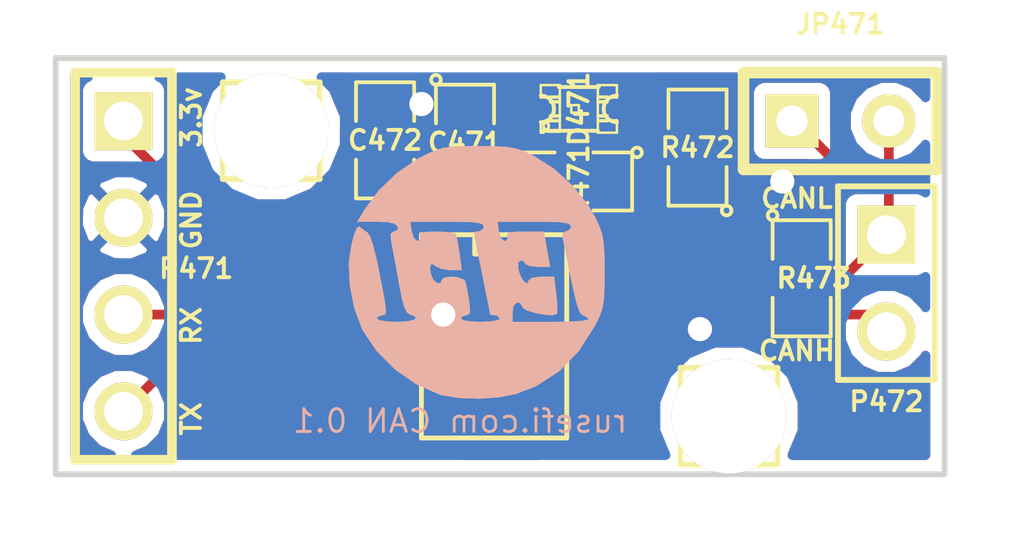
<source format=kicad_pcb>
(kicad_pcb (version 3) (host pcbnew "(2013-07-07 BZR 4022)-stable")

  (general
    (links 18)
    (no_connects 0)
    (area 134.671999 177.788499 158.126501 188.860501)
    (thickness 1.6)
    (drawings 8)
    (tracks 75)
    (zones 0)
    (modules 13)
    (nets 10)
  )

  (page A4)
  (title_block 
    (comment 2 Art_Electro)
    (comment 3 Art_Electro)
    (comment 4 Art_Electro)
  )

  (layers
    (15 F.Cu signal)
    (0 B.Cu signal)
    (16 B.Adhes user)
    (17 F.Adhes user)
    (18 B.Paste user)
    (19 F.Paste user)
    (20 B.SilkS user hide)
    (21 F.SilkS user)
    (22 B.Mask user)
    (23 F.Mask user hide)
    (24 Dwgs.User user)
    (25 Cmts.User user)
    (26 Eco1.User user)
    (27 Eco2.User user)
    (28 Edge.Cuts user)
  )

  (setup
    (last_trace_width 0.254)
    (trace_clearance 0.2032)
    (zone_clearance 0.3)
    (zone_45_only no)
    (trace_min 0.254)
    (segment_width 0.2)
    (edge_width 0.15)
    (via_size 0.889)
    (via_drill 0.635)
    (via_min_size 0.889)
    (via_min_drill 0.508)
    (uvia_size 0.508)
    (uvia_drill 0.127)
    (uvias_allowed no)
    (uvia_min_size 0.508)
    (uvia_min_drill 0.127)
    (pcb_text_width 0.3)
    (pcb_text_size 1 1)
    (mod_edge_width 0.15)
    (mod_text_size 1 1)
    (mod_text_width 0.15)
    (pad_size 3 3)
    (pad_drill 3)
    (pad_to_mask_clearance 0)
    (aux_axis_origin 0 0)
    (visible_elements 7FFFFB3F)
    (pcbplotparams
      (layerselection 284983297)
      (usegerberextensions true)
      (excludeedgelayer true)
      (linewidth 0.150000)
      (plotframeref false)
      (viasonmask false)
      (mode 1)
      (useauxorigin false)
      (hpglpennumber 1)
      (hpglpenspeed 20)
      (hpglpendiameter 15)
      (hpglpenoverlay 2)
      (psnegative false)
      (psa4output false)
      (plotreference true)
      (plotvalue false)
      (plotothertext true)
      (plotinvisibletext false)
      (padsonsilk false)
      (subtractmaskfromsilk false)
      (outputformat 1)
      (mirror false)
      (drillshape 0)
      (scaleselection 1)
      (outputdirectory gerber))
  )

  (net 0 "")
  (net 1 /3.3V)
  (net 2 /CANH)
  (net 3 /CANL)
  (net 4 /CAN_RX)
  (net 5 /CAN_TX)
  (net 6 GND)
  (net 7 N-0000010)
  (net 8 N-000007)
  (net 9 N-000008)

  (net_class Default "Это класс цепей по умолчанию."
    (clearance 0.2032)
    (trace_width 0.254)
    (via_dia 0.889)
    (via_drill 0.635)
    (uvia_dia 0.508)
    (uvia_drill 0.127)
    (add_net "")
    (add_net /3.3V)
    (add_net /CANH)
    (add_net /CANL)
    (add_net /CAN_RX)
    (add_net /CAN_TX)
    (add_net GND)
    (add_net N-0000010)
    (add_net N-000007)
    (add_net N-000008)
  )

  (module SM0805 (layer F.Cu) (tedit 52BF06C3) (tstamp 52A5B484)
    (at 145.4785 180.086 270)
    (path /52CAD8F7)
    (attr smd)
    (fp_text reference C471 (at 0 0 360) (layer F.SilkS)
      (effects (font (size 0.50038 0.50038) (thickness 0.1016)))
    )
    (fp_text value .1uF (at 0.127 0.889 270) (layer F.SilkS) hide
      (effects (font (size 0.50038 0.50038) (thickness 0.10922)))
    )
    (fp_circle (center -1.651 0.762) (end -1.651 0.635) (layer F.SilkS) (width 0.09906))
    (fp_line (start -0.508 0.762) (end -1.524 0.762) (layer F.SilkS) (width 0.09906))
    (fp_line (start -1.524 0.762) (end -1.524 -0.762) (layer F.SilkS) (width 0.09906))
    (fp_line (start -1.524 -0.762) (end -0.508 -0.762) (layer F.SilkS) (width 0.09906))
    (fp_line (start 0.508 -0.762) (end 1.524 -0.762) (layer F.SilkS) (width 0.09906))
    (fp_line (start 1.524 -0.762) (end 1.524 0.762) (layer F.SilkS) (width 0.09906))
    (fp_line (start 1.524 0.762) (end 0.508 0.762) (layer F.SilkS) (width 0.09906))
    (pad 1 smd rect (at -0.9525 0 270) (size 0.889 1.397)
      (layers F.Cu F.Paste F.Mask)
      (net 6 GND)
    )
    (pad 2 smd rect (at 0.9525 0 270) (size 0.889 1.397)
      (layers F.Cu F.Paste F.Mask)
      (net 1 /3.3V)
    )
    (model smd/chip_cms.wrl
      (at (xyz 0 0 0))
      (scale (xyz 0.1 0.1 0.1))
      (rotate (xyz 0 0 0))
    )
  )

  (module SM0805 (layer F.Cu) (tedit 52BF06B2) (tstamp 52A5B491)
    (at 143.383 180.0225 90)
    (path /52CAD8F6)
    (attr smd)
    (fp_text reference C472 (at 0 0 180) (layer F.SilkS)
      (effects (font (size 0.50038 0.50038) (thickness 0.1016)))
    )
    (fp_text value 4.7uF (at -0.127 1.016 90) (layer F.SilkS) hide
      (effects (font (size 0.50038 0.50038) (thickness 0.10922)))
    )
    (fp_circle (center -1.651 0.762) (end -1.651 0.635) (layer F.SilkS) (width 0.09906))
    (fp_line (start -0.508 0.762) (end -1.524 0.762) (layer F.SilkS) (width 0.09906))
    (fp_line (start -1.524 0.762) (end -1.524 -0.762) (layer F.SilkS) (width 0.09906))
    (fp_line (start -1.524 -0.762) (end -0.508 -0.762) (layer F.SilkS) (width 0.09906))
    (fp_line (start 0.508 -0.762) (end 1.524 -0.762) (layer F.SilkS) (width 0.09906))
    (fp_line (start 1.524 -0.762) (end 1.524 0.762) (layer F.SilkS) (width 0.09906))
    (fp_line (start 1.524 0.762) (end 0.508 0.762) (layer F.SilkS) (width 0.09906))
    (pad 1 smd rect (at -0.9525 0 90) (size 0.889 1.397)
      (layers F.Cu F.Paste F.Mask)
      (net 1 /3.3V)
    )
    (pad 2 smd rect (at 0.9525 0 90) (size 0.889 1.397)
      (layers F.Cu F.Paste F.Mask)
      (net 6 GND)
    )
    (model smd/chip_cms.wrl
      (at (xyz 0 0 0))
      (scale (xyz 0.1 0.1 0.1))
      (rotate (xyz 0 0 0))
    )
  )

  (module LED-0805 (layer F.Cu) (tedit 52E31BFA) (tstamp 52A5B500)
    (at 148.463 179.197 180)
    (descr "LED 0805 smd package")
    (tags "LED 0805 SMD")
    (path /52CAD8DC)
    (attr smd)
    (fp_text reference D471 (at 0 0 270) (layer F.SilkS)
      (effects (font (size 0.50038 0.50038) (thickness 0.1016)))
    )
    (fp_text value RED (at -9.144 -9.398 180) (layer F.SilkS) hide
      (effects (font (size 0.762 0.762) (thickness 0.127)))
    )
    (fp_line (start 0.49784 0.29972) (end 0.49784 0.62484) (layer F.SilkS) (width 0.06604))
    (fp_line (start 0.49784 0.62484) (end 0.99822 0.62484) (layer F.SilkS) (width 0.06604))
    (fp_line (start 0.99822 0.29972) (end 0.99822 0.62484) (layer F.SilkS) (width 0.06604))
    (fp_line (start 0.49784 0.29972) (end 0.99822 0.29972) (layer F.SilkS) (width 0.06604))
    (fp_line (start 0.49784 -0.32258) (end 0.49784 -0.17272) (layer F.SilkS) (width 0.06604))
    (fp_line (start 0.49784 -0.17272) (end 0.7493 -0.17272) (layer F.SilkS) (width 0.06604))
    (fp_line (start 0.7493 -0.32258) (end 0.7493 -0.17272) (layer F.SilkS) (width 0.06604))
    (fp_line (start 0.49784 -0.32258) (end 0.7493 -0.32258) (layer F.SilkS) (width 0.06604))
    (fp_line (start 0.49784 0.17272) (end 0.49784 0.32258) (layer F.SilkS) (width 0.06604))
    (fp_line (start 0.49784 0.32258) (end 0.7493 0.32258) (layer F.SilkS) (width 0.06604))
    (fp_line (start 0.7493 0.17272) (end 0.7493 0.32258) (layer F.SilkS) (width 0.06604))
    (fp_line (start 0.49784 0.17272) (end 0.7493 0.17272) (layer F.SilkS) (width 0.06604))
    (fp_line (start 0.49784 -0.19812) (end 0.49784 0.19812) (layer F.SilkS) (width 0.06604))
    (fp_line (start 0.49784 0.19812) (end 0.6731 0.19812) (layer F.SilkS) (width 0.06604))
    (fp_line (start 0.6731 -0.19812) (end 0.6731 0.19812) (layer F.SilkS) (width 0.06604))
    (fp_line (start 0.49784 -0.19812) (end 0.6731 -0.19812) (layer F.SilkS) (width 0.06604))
    (fp_line (start -0.99822 0.29972) (end -0.99822 0.62484) (layer F.SilkS) (width 0.06604))
    (fp_line (start -0.99822 0.62484) (end -0.49784 0.62484) (layer F.SilkS) (width 0.06604))
    (fp_line (start -0.49784 0.29972) (end -0.49784 0.62484) (layer F.SilkS) (width 0.06604))
    (fp_line (start -0.99822 0.29972) (end -0.49784 0.29972) (layer F.SilkS) (width 0.06604))
    (fp_line (start -0.99822 -0.62484) (end -0.99822 -0.29972) (layer F.SilkS) (width 0.06604))
    (fp_line (start -0.99822 -0.29972) (end -0.49784 -0.29972) (layer F.SilkS) (width 0.06604))
    (fp_line (start -0.49784 -0.62484) (end -0.49784 -0.29972) (layer F.SilkS) (width 0.06604))
    (fp_line (start -0.99822 -0.62484) (end -0.49784 -0.62484) (layer F.SilkS) (width 0.06604))
    (fp_line (start -0.7493 0.17272) (end -0.7493 0.32258) (layer F.SilkS) (width 0.06604))
    (fp_line (start -0.7493 0.32258) (end -0.49784 0.32258) (layer F.SilkS) (width 0.06604))
    (fp_line (start -0.49784 0.17272) (end -0.49784 0.32258) (layer F.SilkS) (width 0.06604))
    (fp_line (start -0.7493 0.17272) (end -0.49784 0.17272) (layer F.SilkS) (width 0.06604))
    (fp_line (start -0.7493 -0.32258) (end -0.7493 -0.17272) (layer F.SilkS) (width 0.06604))
    (fp_line (start -0.7493 -0.17272) (end -0.49784 -0.17272) (layer F.SilkS) (width 0.06604))
    (fp_line (start -0.49784 -0.32258) (end -0.49784 -0.17272) (layer F.SilkS) (width 0.06604))
    (fp_line (start -0.7493 -0.32258) (end -0.49784 -0.32258) (layer F.SilkS) (width 0.06604))
    (fp_line (start -0.6731 -0.19812) (end -0.6731 0.19812) (layer F.SilkS) (width 0.06604))
    (fp_line (start -0.6731 0.19812) (end -0.49784 0.19812) (layer F.SilkS) (width 0.06604))
    (fp_line (start -0.49784 -0.19812) (end -0.49784 0.19812) (layer F.SilkS) (width 0.06604))
    (fp_line (start -0.6731 -0.19812) (end -0.49784 -0.19812) (layer F.SilkS) (width 0.06604))
    (fp_line (start 0 -0.09906) (end 0 0.09906) (layer F.SilkS) (width 0.06604))
    (fp_line (start 0 0.09906) (end 0.19812 0.09906) (layer F.SilkS) (width 0.06604))
    (fp_line (start 0.19812 -0.09906) (end 0.19812 0.09906) (layer F.SilkS) (width 0.06604))
    (fp_line (start 0 -0.09906) (end 0.19812 -0.09906) (layer F.SilkS) (width 0.06604))
    (fp_line (start 0.49784 -0.59944) (end 0.49784 -0.29972) (layer F.SilkS) (width 0.06604))
    (fp_line (start 0.49784 -0.29972) (end 0.79756 -0.29972) (layer F.SilkS) (width 0.06604))
    (fp_line (start 0.79756 -0.59944) (end 0.79756 -0.29972) (layer F.SilkS) (width 0.06604))
    (fp_line (start 0.49784 -0.59944) (end 0.79756 -0.59944) (layer F.SilkS) (width 0.06604))
    (fp_line (start 0.92456 -0.62484) (end 0.92456 -0.39878) (layer F.SilkS) (width 0.06604))
    (fp_line (start 0.92456 -0.39878) (end 0.99822 -0.39878) (layer F.SilkS) (width 0.06604))
    (fp_line (start 0.99822 -0.62484) (end 0.99822 -0.39878) (layer F.SilkS) (width 0.06604))
    (fp_line (start 0.92456 -0.62484) (end 0.99822 -0.62484) (layer F.SilkS) (width 0.06604))
    (fp_line (start 0.52324 0.57404) (end -0.52324 0.57404) (layer F.SilkS) (width 0.1016))
    (fp_line (start -0.49784 -0.57404) (end 0.92456 -0.57404) (layer F.SilkS) (width 0.1016))
    (fp_circle (center 0.84836 -0.44958) (end 0.89916 -0.50038) (layer F.SilkS) (width 0.0508))
    (fp_arc (start 0.99822 0) (end 0.99822 0.34798) (angle 180) (layer F.SilkS) (width 0.1016))
    (fp_arc (start -0.99822 0) (end -0.99822 -0.34798) (angle 180) (layer F.SilkS) (width 0.1016))
    (pad 1 smd rect (at -1.04902 0 180) (size 1.19888 1.19888)
      (layers F.Cu F.Paste F.Mask)
      (net 7 N-0000010)
    )
    (pad 2 smd rect (at 1.04902 0 180) (size 1.19888 1.19888)
      (layers F.Cu F.Paste F.Mask)
      (net 6 GND)
    )
    (model lib/3d/LED_0805.wrl
      (at (xyz 0 0 0))
      (scale (xyz 1 1 1))
      (rotate (xyz 0 0 0))
    )
  )

  (module SM0805 (layer F.Cu) (tedit 52E31BF2) (tstamp 52CAE20D)
    (at 148.336 181.102 180)
    (path /52CAD8DB)
    (attr smd)
    (fp_text reference R471 (at -0.127 0 270) (layer F.SilkS)
      (effects (font (size 0.50038 0.50038) (thickness 0.1016)))
    )
    (fp_text value 1k (at 0 -1.143 180) (layer F.SilkS) hide
      (effects (font (size 0.50038 0.50038) (thickness 0.10922)))
    )
    (fp_circle (center -1.651 0.762) (end -1.651 0.635) (layer F.SilkS) (width 0.09906))
    (fp_line (start -0.508 0.762) (end -1.524 0.762) (layer F.SilkS) (width 0.09906))
    (fp_line (start -1.524 0.762) (end -1.524 -0.762) (layer F.SilkS) (width 0.09906))
    (fp_line (start -1.524 -0.762) (end -0.508 -0.762) (layer F.SilkS) (width 0.09906))
    (fp_line (start 0.508 -0.762) (end 1.524 -0.762) (layer F.SilkS) (width 0.09906))
    (fp_line (start 1.524 -0.762) (end 1.524 0.762) (layer F.SilkS) (width 0.09906))
    (fp_line (start 1.524 0.762) (end 0.508 0.762) (layer F.SilkS) (width 0.09906))
    (pad 1 smd rect (at -0.9525 0 180) (size 0.889 1.397)
      (layers F.Cu F.Paste F.Mask)
      (net 7 N-0000010)
    )
    (pad 2 smd rect (at 0.9525 0 180) (size 0.889 1.397)
      (layers F.Cu F.Paste F.Mask)
      (net 1 /3.3V)
    )
    (model smd/chip_cms.wrl
      (at (xyz 0 0 0))
      (scale (xyz 0.1 0.1 0.1))
      (rotate (xyz 0 0 0))
    )
  )

  (module SM0805 (layer F.Cu) (tedit 52BF0690) (tstamp 52A5B5C2)
    (at 151.5745 180.213 90)
    (path /52CADB46)
    (attr smd)
    (fp_text reference R472 (at 0 0 180) (layer F.SilkS)
      (effects (font (size 0.50038 0.50038) (thickness 0.1016)))
    )
    (fp_text value 10k (at 0 0.889 90) (layer F.SilkS) hide
      (effects (font (size 0.50038 0.50038) (thickness 0.10922)))
    )
    (fp_circle (center -1.651 0.762) (end -1.651 0.635) (layer F.SilkS) (width 0.09906))
    (fp_line (start -0.508 0.762) (end -1.524 0.762) (layer F.SilkS) (width 0.09906))
    (fp_line (start -1.524 0.762) (end -1.524 -0.762) (layer F.SilkS) (width 0.09906))
    (fp_line (start -1.524 -0.762) (end -0.508 -0.762) (layer F.SilkS) (width 0.09906))
    (fp_line (start 0.508 -0.762) (end 1.524 -0.762) (layer F.SilkS) (width 0.09906))
    (fp_line (start 1.524 -0.762) (end 1.524 0.762) (layer F.SilkS) (width 0.09906))
    (fp_line (start 1.524 0.762) (end 0.508 0.762) (layer F.SilkS) (width 0.09906))
    (pad 1 smd rect (at -0.9525 0 90) (size 0.889 1.397)
      (layers F.Cu F.Paste F.Mask)
      (net 9 N-000008)
    )
    (pad 2 smd rect (at 0.9525 0 90) (size 0.889 1.397)
      (layers F.Cu F.Paste F.Mask)
      (net 6 GND)
    )
    (model smd/chip_cms.wrl
      (at (xyz 0 0 0))
      (scale (xyz 0.1 0.1 0.1))
      (rotate (xyz 0 0 0))
    )
  )

  (module LOGO_F (layer B.Cu) (tedit 0) (tstamp 52BD6D4F)
    (at 145.796 183.515)
    (path /52CADA22)
    (fp_text reference G471 (at 0 -4.14782) (layer B.SilkS) hide
      (effects (font (size 1.524 1.524) (thickness 0.3048)) (justify mirror))
    )
    (fp_text value LOGO (at 0 4.14782) (layer B.SilkS) hide
      (effects (font (size 1.524 1.524) (thickness 0.3048)) (justify mirror))
    )
    (fp_poly (pts (xy 3.34518 -0.04318) (xy 3.3401 0.381) (xy 3.32486 0.68326) (xy 3.28676 0.90932)
      (xy 3.22326 1.1049) (xy 3.12166 1.3208) (xy 3.10896 1.3462) (xy 2.921 1.64084)
      (xy 2.921 1.18618) (xy 2.79654 1.1049) (xy 2.75844 1.09982) (xy 2.68732 1.016)
      (xy 2.60096 0.76708) (xy 2.5019 0.35052) (xy 2.46126 0.14732) (xy 2.38252 -0.24638)
      (xy 2.31394 -0.58928) (xy 2.2606 -0.84074) (xy 2.23266 -0.9525) (xy 2.2479 -1.07696)
      (xy 2.32156 -1.09982) (xy 2.4384 -1.16586) (xy 2.45618 -1.22682) (xy 2.42824 -1.28524)
      (xy 2.33172 -1.3208) (xy 2.13868 -1.34366) (xy 1.82372 -1.35382) (xy 1.49606 -1.35382)
      (xy 0.53594 -1.35382) (xy 0.57404 -1.09982) (xy 0.63246 -0.92202) (xy 0.7239 -0.84836)
      (xy 0.72644 -0.84582) (xy 0.80264 -0.90678) (xy 0.79248 -0.97536) (xy 0.79248 -1.04648)
      (xy 0.889 -1.08458) (xy 1.10744 -1.09982) (xy 1.24714 -1.09982) (xy 1.75006 -1.09982)
      (xy 1.83388 -0.635) (xy 1.9177 -0.17018) (xy 1.59258 -0.17018) (xy 1.38684 -0.1905)
      (xy 1.27508 -0.23876) (xy 1.27 -0.254) (xy 1.20142 -0.3302) (xy 1.15316 -0.33782)
      (xy 1.0795 -0.2921) (xy 1.08204 -0.127) (xy 1.0922 -0.07112) (xy 1.1557 0.1016)
      (xy 1.24206 0.22352) (xy 1.3208 0.25908) (xy 1.35382 0.1778) (xy 1.35382 0.17526)
      (xy 1.43002 0.11684) (xy 1.61544 0.08636) (xy 1.68656 0.08382) (xy 2.0193 0.08382)
      (xy 2.07772 0.55372) (xy 2.10312 0.81788) (xy 2.10312 1.01092) (xy 2.09042 1.06934)
      (xy 1.9685 1.09982) (xy 1.76022 1.08458) (xy 1.52146 1.03886) (xy 1.31318 0.97536)
      (xy 1.1938 0.90424) (xy 1.18618 0.88138) (xy 1.1176 0.7747) (xy 1.05918 0.762)
      (xy 0.95758 0.8382) (xy 0.93218 1.016) (xy 0.93218 1.27) (xy 1.95072 1.27)
      (xy 2.42062 1.26238) (xy 2.74066 1.2446) (xy 2.90322 1.21158) (xy 2.921 1.18618)
      (xy 2.921 1.64084) (xy 2.67716 2.02692) (xy 2.15646 2.5654) (xy 1.5494 2.9591)
      (xy 1.02108 3.16484) (xy 0.59182 3.24866) (xy 0.59182 1.18618) (xy 0.52324 1.10998)
      (xy 0.46482 1.09982) (xy 0.35306 1.08458) (xy 0.33782 1.06934) (xy 0.32258 0.98044)
      (xy 0.2794 0.75692) (xy 0.21336 0.4318) (xy 0.13462 0.04064) (xy 0.127 0)
      (xy 0.03556 -0.44958) (xy -0.02794 -0.75692) (xy -0.06096 -0.94996) (xy -0.06858 -1.0541)
      (xy -0.05334 -1.09728) (xy -0.01524 -1.1049) (xy 0.04318 -1.09982) (xy 0.15494 -1.1684)
      (xy 0.17018 -1.22682) (xy 0.14224 -1.28524) (xy 0.04572 -1.3208) (xy -0.14732 -1.34366)
      (xy -0.46228 -1.35382) (xy -0.78994 -1.35382) (xy -1.75006 -1.35382) (xy -1.71196 -1.09982)
      (xy -1.65354 -0.92202) (xy -1.5621 -0.84836) (xy -1.55956 -0.84582) (xy -1.48336 -0.90678)
      (xy -1.49352 -0.97282) (xy -1.49098 -1.04902) (xy -1.39446 -1.08712) (xy -1.1684 -1.09982)
      (xy -1.07188 -1.09982) (xy -0.80772 -1.08966) (xy -0.61976 -1.05918) (xy -0.56134 -1.03378)
      (xy -0.52578 -0.9144) (xy -0.48514 -0.69088) (xy -0.45974 -0.52578) (xy -0.40132 -0.08382)
      (xy -0.69342 -0.08382) (xy -0.91948 -0.11176) (xy -1.07696 -0.18034) (xy -1.08204 -0.18542)
      (xy -1.1938 -0.254) (xy -1.2319 -0.17018) (xy -1.21158 0.02032) (xy -1.143 0.17018)
      (xy -1.04394 0.254) (xy -0.95758 0.24892) (xy -0.93218 0.17018) (xy -0.86106 0.10668)
      (xy -0.69596 0.08382) (xy -0.50546 0.1016) (xy -0.35306 0.15494) (xy -0.31242 0.20066)
      (xy -0.27432 0.35052) (xy -0.2286 0.59436) (xy -0.20828 0.70866) (xy -0.18288 0.94996)
      (xy -0.20066 1.0668) (xy -0.27686 1.09982) (xy -0.28702 1.09982) (xy -0.4064 1.143)
      (xy -0.42418 1.18618) (xy -0.34544 1.22936) (xy -0.14478 1.25984) (xy 0.08382 1.27)
      (xy 0.3556 1.2573) (xy 0.53848 1.22428) (xy 0.59182 1.18618) (xy 0.59182 3.24866)
      (xy 0.5715 3.25374) (xy 0.0508 3.2893) (xy -0.4699 3.27152) (xy -0.91694 3.2004)
      (xy -0.99314 3.17754) (xy -1.59004 2.91338) (xy -2.15392 2.52222) (xy -2.63652 2.03708)
      (xy -2.99974 1.49606) (xy -3.03022 1.43256) (xy -3.22326 0.90932) (xy -3.3401 0.32258)
      (xy -3.3655 -0.2413) (xy -3.3528 -0.39624) (xy -3.29946 -0.7366) (xy -3.23088 -1.01092)
      (xy -3.15722 -1.18872) (xy -3.0861 -1.23698) (xy -3.06578 -1.21666) (xy -2.93624 -1.10998)
      (xy -2.88544 -1.08712) (xy -2.80924 -0.98298) (xy -2.7178 -0.71374) (xy -2.6162 -0.2921)
      (xy -2.57302 -0.08128) (xy -2.48158 0.38354) (xy -2.42316 0.70612) (xy -2.39268 0.9144)
      (xy -2.39014 1.03124) (xy -2.41554 1.08458) (xy -2.4638 1.09982) (xy -2.49682 1.09982)
      (xy -2.61112 1.14554) (xy -2.62382 1.18618) (xy -2.54762 1.22936) (xy -2.34696 1.25984)
      (xy -2.11582 1.27) (xy -1.8288 1.25476) (xy -1.651 1.21412) (xy -1.60274 1.15824)
      (xy -1.7018 1.09728) (xy -1.76276 1.0795) (xy -1.8415 1.02362) (xy -1.91008 0.88646)
      (xy -1.97866 0.63754) (xy -2.05486 0.25146) (xy -2.06248 0.2032) (xy -2.13106 -0.18288)
      (xy -2.19456 -0.52578) (xy -2.24282 -0.78232) (xy -2.25806 -0.86868) (xy -2.27076 -1.0414)
      (xy -2.19202 -1.09982) (xy -2.1717 -1.10236) (xy -2.07772 -1.15316) (xy -2.08534 -1.22936)
      (xy -2.1717 -1.30556) (xy -2.36728 -1.3462) (xy -2.6416 -1.35636) (xy -3.14706 -1.35382)
      (xy -2.95656 -1.67132) (xy -2.5781 -2.18186) (xy -2.09296 -2.64668) (xy -1.55702 -3.01244)
      (xy -1.44018 -3.0734) (xy -1.18618 -3.19532) (xy -0.97536 -3.27152) (xy -0.75692 -3.31724)
      (xy -0.48514 -3.33756) (xy -0.10668 -3.34264) (xy 0.04064 -3.34264) (xy 0.46482 -3.33756)
      (xy 0.76962 -3.32232) (xy 1.00076 -3.28422) (xy 1.2065 -3.21564) (xy 1.43764 -3.1115)
      (xy 1.47574 -3.09372) (xy 2.00914 -2.7559) (xy 2.50444 -2.30378) (xy 2.91592 -1.78816)
      (xy 3.10134 -1.46812) (xy 3.21056 -1.2319) (xy 3.28168 -1.02616) (xy 3.31978 -0.8001)
      (xy 3.3401 -0.50546) (xy 3.34264 -0.09398) (xy 3.34518 -0.04318) (xy 3.34518 -0.04318)) (layer B.SilkS) (width 0.00254))
  )

  (module PIN_ARRAY_4x1 (layer F.Cu) (tedit 52CAE529) (tstamp 52CAE5B8)
    (at 136.525 183.3245 270)
    (descr "Double rangee de contacts 2 x 5 pins")
    (tags CONN)
    (path /52CADBD0)
    (fp_text reference P471 (at 0.0635 -1.905 360) (layer F.SilkS)
      (effects (font (size 0.50038 0.50038) (thickness 0.1016)))
    )
    (fp_text value CONN_4 (at 0 2.54 270) (layer F.SilkS) hide
      (effects (font (size 1.016 1.016) (thickness 0.2032)))
    )
    (fp_line (start 5.08 1.27) (end -5.08 1.27) (layer F.SilkS) (width 0.254))
    (fp_line (start 5.08 -1.27) (end -5.08 -1.27) (layer F.SilkS) (width 0.254))
    (fp_line (start -5.08 -1.27) (end -5.08 1.27) (layer F.SilkS) (width 0.254))
    (fp_line (start 5.08 1.27) (end 5.08 -1.27) (layer F.SilkS) (width 0.254))
    (pad 1 thru_hole rect (at -3.81 0 270) (size 1.524 1.524) (drill 1.016)
      (layers *.Cu *.Mask F.SilkS)
      (net 1 /3.3V)
    )
    (pad 2 thru_hole circle (at -1.27 0 270) (size 1.524 1.524) (drill 1.016)
      (layers *.Cu *.Mask F.SilkS)
      (net 6 GND)
    )
    (pad 3 thru_hole circle (at 1.27 0 270) (size 1.524 1.524) (drill 1.016)
      (layers *.Cu *.Mask F.SilkS)
      (net 4 /CAN_RX)
    )
    (pad 4 thru_hole circle (at 3.81 0 270) (size 1.524 1.524) (drill 1.016)
      (layers *.Cu *.Mask F.SilkS)
      (net 5 /CAN_TX)
    )
    (model pin_array\pins_array_4x1.wrl
      (at (xyz 0 0 0))
      (scale (xyz 1 1 1))
      (rotate (xyz 0 0 0))
    )
  )

  (module PIN_ARRAY_2_A (layer F.Cu) (tedit 52CD31BA) (tstamp 52CAE14B)
    (at 156.5275 183.769 270)
    (descr "Connecter 2 pins")
    (tags "PIN 2")
    (path /52CADBC1)
    (fp_text reference P472 (at 3.1115 0 360) (layer F.SilkS)
      (effects (font (size 0.50038 0.50038) (thickness 0.1016)))
    )
    (fp_text value CONN_2 (at 0 1.905 270) (layer F.SilkS) hide
      (effects (font (size 0.762 0.762) (thickness 0.1524)))
    )
    (fp_line (start -2.54 1.27) (end -2.54 -1.27) (layer F.SilkS) (width 0.1524))
    (fp_line (start -2.54 -1.27) (end 2.54 -1.27) (layer F.SilkS) (width 0.1524))
    (fp_line (start 2.54 -1.27) (end 2.54 1.27) (layer F.SilkS) (width 0.1524))
    (fp_line (start 2.54 1.27) (end -2.54 1.27) (layer F.SilkS) (width 0.1524))
    (pad 1 thru_hole rect (at -1.27 0 270) (size 1.524 1.524) (drill 1.016)
      (layers *.Cu *.Mask F.SilkS)
      (net 3 /CANL)
    )
    (pad 2 thru_hole circle (at 1.27 0 270) (size 1.524 1.524) (drill 1.016)
      (layers *.Cu *.Mask F.SilkS)
      (net 2 /CANH)
    )
    (model pin_array/pins_array_2x1.wrl
      (at (xyz 0 0 0))
      (scale (xyz 1 1 1))
      (rotate (xyz 0 0 0))
    )
  )

  (module SO8E (layer F.Cu) (tedit 52E31C8B) (tstamp 52CAE154)
    (at 146.2405 185.166 270)
    (descr "module CMS SOJ 8 pins etroit")
    (tags "CMS SOJ")
    (path /52CD2CA4)
    (attr smd)
    (fp_text reference U471 (at 0 -0.889 360) (layer F.SilkS)
      (effects (font (size 0.50038 0.50038) (thickness 0.1016)))
    )
    (fp_text value SN65HVD230 (at 0 1.016 270) (layer F.SilkS) hide
      (effects (font (size 0.889 0.889) (thickness 0.1524)))
    )
    (fp_line (start -2.667 1.778) (end -2.667 1.905) (layer F.SilkS) (width 0.127))
    (fp_line (start -2.667 1.905) (end 2.667 1.905) (layer F.SilkS) (width 0.127))
    (fp_line (start 2.667 -1.905) (end -2.667 -1.905) (layer F.SilkS) (width 0.127))
    (fp_line (start -2.667 -1.905) (end -2.667 1.778) (layer F.SilkS) (width 0.127))
    (fp_line (start -2.667 -0.508) (end -2.159 -0.508) (layer F.SilkS) (width 0.127))
    (fp_line (start -2.159 -0.508) (end -2.159 0.508) (layer F.SilkS) (width 0.127))
    (fp_line (start -2.159 0.508) (end -2.667 0.508) (layer F.SilkS) (width 0.127))
    (fp_line (start 2.667 -1.905) (end 2.667 1.905) (layer F.SilkS) (width 0.127))
    (pad 8 smd rect (at -1.905 -2.667 270) (size 0.59944 1.39954)
      (layers F.Cu F.Paste F.Mask)
      (net 9 N-000008)
    )
    (pad 1 smd rect (at -1.905 2.667 270) (size 0.59944 1.39954)
      (layers F.Cu F.Paste F.Mask)
      (net 5 /CAN_TX)
    )
    (pad 7 smd rect (at -0.635 -2.667 270) (size 0.59944 1.39954)
      (layers F.Cu F.Paste F.Mask)
      (net 2 /CANH)
    )
    (pad 6 smd rect (at 0.635 -2.667 270) (size 0.59944 1.39954)
      (layers F.Cu F.Paste F.Mask)
      (net 3 /CANL)
    )
    (pad 5 smd rect (at 1.905 -2.667 270) (size 0.59944 1.39954)
      (layers F.Cu F.Paste F.Mask)
    )
    (pad 2 smd rect (at -0.635 2.667 270) (size 0.59944 1.39954)
      (layers F.Cu F.Paste F.Mask)
      (net 6 GND)
    )
    (pad 3 smd rect (at 0.635 2.667 270) (size 0.59944 1.39954)
      (layers F.Cu F.Paste F.Mask)
      (net 1 /3.3V)
    )
    (pad 4 smd rect (at 1.905 2.667 270) (size 0.59944 1.39954)
      (layers F.Cu F.Paste F.Mask)
      (net 4 /CAN_RX)
    )
    (model smd/cms_so8.wrl
      (at (xyz 0 0 0))
      (scale (xyz 0.5 0.32 0.5))
      (rotate (xyz 0 0 0))
    )
  )

  (module SIL-2 (layer F.Cu) (tedit 52CD2E18) (tstamp 52CD2E9F)
    (at 155.321 179.5145)
    (descr "Connecteurs 2 pins")
    (tags "CONN DEV")
    (path /52CD2DEF)
    (fp_text reference JP471 (at 0 -2.54) (layer F.SilkS)
      (effects (font (size 0.50038 0.50038) (thickness 0.1016)))
    )
    (fp_text value JUMPER (at 0 -2.54) (layer F.SilkS) hide
      (effects (font (size 1.524 1.016) (thickness 0.3048)))
    )
    (fp_line (start -2.54 1.27) (end -2.54 -1.27) (layer F.SilkS) (width 0.3048))
    (fp_line (start -2.54 -1.27) (end 2.54 -1.27) (layer F.SilkS) (width 0.3048))
    (fp_line (start 2.54 -1.27) (end 2.54 1.27) (layer F.SilkS) (width 0.3048))
    (fp_line (start 2.54 1.27) (end -2.54 1.27) (layer F.SilkS) (width 0.3048))
    (pad 1 thru_hole rect (at -1.27 0) (size 1.397 1.397) (drill 0.8128)
      (layers *.Cu *.Mask F.SilkS)
      (net 8 N-000007)
    )
    (pad 2 thru_hole circle (at 1.27 0) (size 1.397 1.397) (drill 0.8128)
      (layers *.Cu *.Mask F.SilkS)
      (net 3 /CANL)
    )
    (model lib/3d/jumper-2.wrl
      (at (xyz 0 0 0))
      (scale (xyz 1 1 1))
      (rotate (xyz 0 0 0))
    )
  )

  (module SM0805 (layer F.Cu) (tedit 52E31BC9) (tstamp 52CD2EAC)
    (at 154.305 183.642 270)
    (path /52CD2DE2)
    (attr smd)
    (fp_text reference R473 (at 0 -0.3175 360) (layer F.SilkS)
      (effects (font (size 0.50038 0.50038) (thickness 0.10922)))
    )
    (fp_text value 120 (at 0 0.381 270) (layer F.SilkS) hide
      (effects (font (size 0.50038 0.50038) (thickness 0.10922)))
    )
    (fp_circle (center -1.651 0.762) (end -1.651 0.635) (layer F.SilkS) (width 0.09906))
    (fp_line (start -0.508 0.762) (end -1.524 0.762) (layer F.SilkS) (width 0.09906))
    (fp_line (start -1.524 0.762) (end -1.524 -0.762) (layer F.SilkS) (width 0.09906))
    (fp_line (start -1.524 -0.762) (end -0.508 -0.762) (layer F.SilkS) (width 0.09906))
    (fp_line (start 0.508 -0.762) (end 1.524 -0.762) (layer F.SilkS) (width 0.09906))
    (fp_line (start 1.524 -0.762) (end 1.524 0.762) (layer F.SilkS) (width 0.09906))
    (fp_line (start 1.524 0.762) (end 0.508 0.762) (layer F.SilkS) (width 0.09906))
    (pad 1 smd rect (at -0.9525 0 270) (size 0.889 1.397)
      (layers F.Cu F.Paste F.Mask)
      (net 8 N-000007)
    )
    (pad 2 smd rect (at 0.9525 0 270) (size 0.889 1.397)
      (layers F.Cu F.Paste F.Mask)
      (net 2 /CANH)
    )
    (model smd/chip_cms.wrl
      (at (xyz 0 0 0))
      (scale (xyz 0.1 0.1 0.1))
      (rotate (xyz 0 0 0))
    )
  )

  (module PIN_ARRAY_1 (layer F.Cu) (tedit 52E4A9A6) (tstamp 52E4A949)
    (at 140.3985 179.7685)
    (descr "1 pin")
    (tags "CONN DEV")
    (path /52E4A990)
    (fp_text reference M470 (at 0 -1.905) (layer F.SilkS) hide
      (effects (font (size 0.762 0.762) (thickness 0.1524)))
    )
    (fp_text value CONN_1 (at 0 -1.905) (layer F.SilkS) hide
      (effects (font (size 0.762 0.762) (thickness 0.1524)))
    )
    (fp_line (start 1.27 1.27) (end -1.27 1.27) (layer F.SilkS) (width 0.1524))
    (fp_line (start -1.27 -1.27) (end 1.27 -1.27) (layer F.SilkS) (width 0.1524))
    (fp_line (start -1.27 1.27) (end -1.27 -1.27) (layer F.SilkS) (width 0.1524))
    (fp_line (start 1.27 -1.27) (end 1.27 1.27) (layer F.SilkS) (width 0.1524))
    (pad 1 thru_hole circle (at 0 0) (size 3 3) (drill 3)
      (layers *.Cu *.Mask F.SilkS)
    )
  )

  (module PIN_ARRAY_1 (layer F.Cu) (tedit 52E4A9A9) (tstamp 52E4A952)
    (at 152.4 187.2615)
    (descr "1 pin")
    (tags "CONN DEV")
    (path /52E4A9A2)
    (fp_text reference M471 (at 0 -1.905) (layer F.SilkS) hide
      (effects (font (size 0.762 0.762) (thickness 0.1524)))
    )
    (fp_text value CONN_1 (at 0 -1.905) (layer F.SilkS) hide
      (effects (font (size 0.762 0.762) (thickness 0.1524)))
    )
    (fp_line (start 1.27 1.27) (end -1.27 1.27) (layer F.SilkS) (width 0.1524))
    (fp_line (start -1.27 -1.27) (end 1.27 -1.27) (layer F.SilkS) (width 0.1524))
    (fp_line (start -1.27 1.27) (end -1.27 -1.27) (layer F.SilkS) (width 0.1524))
    (fp_line (start 1.27 -1.27) (end 1.27 1.27) (layer F.SilkS) (width 0.1524))
    (pad 1 thru_hole circle (at 0 0) (size 3 3) (drill 3)
      (layers *.Cu *.Mask F.SilkS)
    )
  )

  (gr_text "rusefi.com CAN 0.1" (at 145.3515 187.3885) (layer B.SilkS)
    (effects (font (size 0.6 0.6) (thickness 0.075)) (justify mirror))
  )
  (gr_text CANL (at 154.178 181.5465) (layer F.SilkS)
    (effects (font (size 0.50038 0.50038) (thickness 0.1016)))
  )
  (gr_text CANH (at 154.178 185.547) (layer F.SilkS)
    (effects (font (size 0.50038 0.50038) (thickness 0.1016)))
  )
  (gr_text "TX    RX    GND   3.3v" (at 138.303 183.1975 90) (layer F.SilkS)
    (effects (font (size 0.50038 0.50038) (thickness 0.1016)))
  )
  (gr_line (start 158.0515 188.7855) (end 158.0515 177.927) (angle 90) (layer Edge.Cuts) (width 0.15))
  (gr_line (start 134.747 188.7855) (end 158.0515 188.7855) (angle 90) (layer Edge.Cuts) (width 0.15))
  (gr_line (start 158.0515 177.8635) (end 134.747 177.8635) (angle 90) (layer Edge.Cuts) (width 0.15))
  (gr_line (start 134.747 177.8635) (end 134.747 188.7855) (angle 90) (layer Edge.Cuts) (width 0.15))

  (segment (start 143.5735 185.801) (end 142.113 185.4835) (width 0.254) (layer F.Cu) (net 1))
  (segment (start 142.113 185.4835) (end 142.24 182.118) (width 0.254) (layer F.Cu) (net 1) (tstamp 52CAEBE8))
  (segment (start 136.525 179.5145) (end 136.525 179.8955) (width 0.254) (layer F.Cu) (net 1))
  (segment (start 142.24 182.118) (end 143.383 180.975) (width 0.254) (layer F.Cu) (net 1) (tstamp 52CAE72A))
  (segment (start 138.7475 182.118) (end 142.24 182.118) (width 0.254) (layer F.Cu) (net 1) (tstamp 52CAE728))
  (segment (start 142.24 182.118) (end 142.24 182.118) (width 0.254) (layer F.Cu) (net 1) (tstamp 52CAEBEC))
  (segment (start 136.525 179.8955) (end 138.7475 182.118) (width 0.254) (layer F.Cu) (net 1) (tstamp 52CAE727))
  (segment (start 145.4785 181.0385) (end 143.4465 181.0385) (width 0.254) (layer F.Cu) (net 1))
  (segment (start 143.4465 181.0385) (end 143.383 180.975) (width 0.254) (layer F.Cu) (net 1) (tstamp 52CAE5D4))
  (segment (start 147.3835 181.102) (end 145.542 181.102) (width 0.254) (layer F.Cu) (net 1))
  (segment (start 145.542 181.102) (end 145.4785 181.0385) (width 0.254) (layer F.Cu) (net 1) (tstamp 52CAE5D1))
  (segment (start 150.6855 184.404) (end 150.698202 184.404) (width 0.254) (layer F.Cu) (net 2))
  (segment (start 147.574 185.039) (end 147.574 187.6425) (width 0.254) (layer F.Cu) (net 2) (tstamp 52CAEE2D))
  (segment (start 147.574 187.6425) (end 147.8915 187.96) (width 0.254) (layer F.Cu) (net 2) (tstamp 52CAEE2F))
  (segment (start 147.8915 187.96) (end 149.9235 187.96) (width 0.254) (layer F.Cu) (net 2) (tstamp 52CAEE31))
  (segment (start 149.9235 187.96) (end 150.241 187.6425) (width 0.254) (layer F.Cu) (net 2) (tstamp 52CAEE34))
  (segment (start 150.241 187.6425) (end 150.241 185.928) (width 0.254) (layer F.Cu) (net 2) (tstamp 52CAEE37))
  (segment (start 150.241 185.928) (end 150.6855 185.4835) (width 0.254) (layer F.Cu) (net 2) (tstamp 52CAEE3C))
  (segment (start 150.6855 185.4835) (end 150.6855 184.404) (width 0.254) (layer F.Cu) (net 2) (tstamp 52CAEE3F))
  (segment (start 148.082 184.531) (end 147.574 185.039) (width 0.254) (layer F.Cu) (net 2) (tstamp 52CAEE29))
  (segment (start 148.9075 184.531) (end 148.082 184.531) (width 0.254) (layer F.Cu) (net 2))
  (segment (start 153.746202 184.035702) (end 154.305 184.5945) (width 0.254) (layer F.Cu) (net 2) (tstamp 52CD3153))
  (segment (start 151.0665 184.035702) (end 153.746202 184.035702) (width 0.254) (layer F.Cu) (net 2) (tstamp 52CD314F))
  (segment (start 150.698202 184.404) (end 151.0665 184.035702) (width 0.254) (layer F.Cu) (net 2) (tstamp 52CD314C))
  (segment (start 154.305 184.5945) (end 156.083 184.5945) (width 0.254) (layer F.Cu) (net 2))
  (segment (start 156.083 184.5945) (end 156.5275 185.039) (width 0.254) (layer F.Cu) (net 2) (tstamp 52CD30A6))
  (segment (start 156.5275 182.499) (end 155.448 183.5785) (width 0.254) (layer F.Cu) (net 3))
  (segment (start 149.6695 185.801) (end 150.1775 185.293) (width 0.254) (layer F.Cu) (net 3) (tstamp 52CAEDDE))
  (segment (start 150.1775 185.293) (end 150.241 183.896) (width 0.254) (layer F.Cu) (net 3) (tstamp 52CAEDE2))
  (segment (start 149.6695 185.801) (end 148.9075 185.801) (width 0.254) (layer F.Cu) (net 3))
  (segment (start 150.697082 183.5785) (end 150.241 183.896) (width 0.254) (layer F.Cu) (net 3) (tstamp 52CD3110))
  (segment (start 155.448 183.5785) (end 150.697082 183.5785) (width 0.254) (layer F.Cu) (net 3) (tstamp 52CD310B))
  (segment (start 156.591 179.5145) (end 156.591 182.4355) (width 0.254) (layer F.Cu) (net 3))
  (segment (start 156.591 182.4355) (end 156.5275 182.499) (width 0.254) (layer F.Cu) (net 3) (tstamp 52CD309A))
  (segment (start 136.525 184.5945) (end 140.0175 184.5945) (width 0.254) (layer F.Cu) (net 4))
  (segment (start 142.494 187.071) (end 143.5735 187.071) (width 0.254) (layer F.Cu) (net 4) (tstamp 52CAEC02))
  (segment (start 140.0175 184.5945) (end 142.494 187.071) (width 0.254) (layer F.Cu) (net 4) (tstamp 52CAEBF7))
  (segment (start 143.5735 183.261) (end 144.526 183.261) (width 0.254) (layer F.Cu) (net 5))
  (segment (start 138.4935 185.166) (end 136.525 187.1345) (width 0.254) (layer F.Cu) (net 5) (tstamp 52CAECAD))
  (segment (start 139.7635 185.166) (end 138.4935 185.166) (width 0.254) (layer F.Cu) (net 5) (tstamp 52CAECAB))
  (segment (start 142.5575 187.96) (end 139.7635 185.166) (width 0.254) (layer F.Cu) (net 5) (tstamp 52CAEC9F))
  (segment (start 144.7165 187.96) (end 142.5575 187.96) (width 0.254) (layer F.Cu) (net 5) (tstamp 52CAEC99))
  (segment (start 145.7325 187.579) (end 144.7165 187.96) (width 0.254) (layer F.Cu) (net 5) (tstamp 52CAEC94))
  (segment (start 145.7325 183.8325) (end 145.7325 187.579) (width 0.254) (layer F.Cu) (net 5) (tstamp 52CAEC8B))
  (segment (start 144.526 183.261) (end 145.7325 183.8325) (width 0.254) (layer F.Cu) (net 5) (tstamp 52CAEC89))
  (segment (start 143.383 179.07) (end 144.3355 179.07) (width 0.254) (layer F.Cu) (net 6))
  (via (at 144.3355 179.07) (size 0.889) (layers F.Cu B.Cu) (net 6))
  (segment (start 151.5745 179.2605) (end 152.527 179.2605) (width 0.254) (layer F.Cu) (net 6))
  (via (at 151.638 184.9755) (size 0.889) (layers F.Cu B.Cu) (net 6))
  (segment (start 151.638 183.261) (end 151.638 184.9755) (width 0.254) (layer B.Cu) (net 6) (tstamp 52CD3230))
  (segment (start 153.797 181.102) (end 151.638 183.261) (width 0.254) (layer B.Cu) (net 6) (tstamp 52CD322F))
  (via (at 153.797 181.102) (size 0.889) (layers F.Cu B.Cu) (net 6))
  (segment (start 153.289 181.102) (end 153.797 181.102) (width 0.254) (layer F.Cu) (net 6) (tstamp 52CD322B))
  (segment (start 152.8445 180.6575) (end 153.289 181.102) (width 0.254) (layer F.Cu) (net 6) (tstamp 52CD3228))
  (segment (start 152.8445 179.578) (end 152.8445 180.6575) (width 0.254) (layer F.Cu) (net 6) (tstamp 52CD3226))
  (segment (start 152.527 179.2605) (end 152.8445 179.578) (width 0.254) (layer F.Cu) (net 6) (tstamp 52CD3221))
  (segment (start 143.5735 184.531) (end 144.907 184.5945) (width 0.254) (layer F.Cu) (net 6))
  (via (at 144.907 184.5945) (size 0.889) (layers F.Cu B.Cu) (net 6))
  (segment (start 143.5735 184.531) (end 143.0655 184.531) (width 0.254) (layer F.Cu) (net 6) (status 80000))
  (segment (start 143.4465 179.07) (end 143.383 179.07) (width 0.254) (layer F.Cu) (net 6) (tstamp 52CAE730) (status 80000))
  (segment (start 143.383 179.07) (end 145.3515 179.07) (width 0.254) (layer F.Cu) (net 6) (status 80000))
  (segment (start 145.3515 179.07) (end 145.4785 179.197) (width 0.254) (layer F.Cu) (net 6) (status 80000))
  (segment (start 145.4785 179.197) (end 145.4785 179.1335) (width 0.254) (layer F.Cu) (net 6) (tstamp 52CAE72F) (status 80000))
  (segment (start 145.4785 179.1335) (end 145.4785 179.197) (width 0.254) (layer F.Cu) (net 6) (status 80000))
  (segment (start 145.4785 179.197) (end 147.41398 179.197) (width 0.254) (layer F.Cu) (net 6) (status 80000))
  (segment (start 149.2885 181.102) (end 149.2885 179.42052) (width 0.254) (layer F.Cu) (net 7))
  (segment (start 149.2885 179.42052) (end 149.51202 179.197) (width 0.254) (layer F.Cu) (net 7) (tstamp 52CAE5D7))
  (segment (start 154.051 179.5145) (end 154.1145 179.5145) (width 0.254) (layer F.Cu) (net 8))
  (segment (start 155.0035 181.991) (end 154.305 182.6895) (width 0.254) (layer F.Cu) (net 8) (tstamp 52CD312F))
  (segment (start 155.0035 180.4035) (end 155.0035 181.991) (width 0.254) (layer F.Cu) (net 8) (tstamp 52CD312D))
  (segment (start 154.1145 179.5145) (end 155.0035 180.4035) (width 0.254) (layer F.Cu) (net 8) (tstamp 52CD3125))
  (segment (start 148.9075 183.261) (end 149.987 183.261) (width 0.254) (layer F.Cu) (net 9))
  (segment (start 152.0825 181.1655) (end 152.0825 181.1655) (width 0.254) (layer F.Cu) (net 9) (tstamp 52CAED7E))
  (segment (start 149.987 183.261) (end 152.0825 181.1655) (width 0.254) (layer F.Cu) (net 9) (tstamp 52CAED7A))
  (segment (start 151.5745 181.229) (end 151.511 181.229) (width 0.254) (layer F.Cu) (net 9) (tstamp 52CAE731) (status 80000))

  (zone (net 6) (net_name GND) (layer F.Cu) (tstamp 52CAE7CC) (hatch edge 0.508)
    (connect_pads (clearance 0.3))
    (min_thickness 0.25)
    (fill (arc_segments 16) (thermal_gap 0.3) (thermal_bridge_width 0.3))
    (polygon
      (pts
        (xy 134.1755 177.165) (xy 134.1755 189.5475) (xy 159.1945 189.484) (xy 159.258 177.165)
      )
    )
    (filled_polygon
      (pts
        (xy 141.668676 182.67) (xy 141.565274 185.361628) (xy 140.407823 184.204177) (xy 140.228742 184.084518) (xy 140.0175 184.0425)
        (xy 137.581253 184.0425) (xy 137.531876 183.922997) (xy 137.28777 183.678465) (xy 137.28777 182.852626) (xy 136.525 182.089855)
        (xy 136.489645 182.12521) (xy 136.489645 182.0545) (xy 135.726874 181.29173) (xy 135.531399 181.363508) (xy 135.342601 181.796342)
        (xy 135.333812 182.268478) (xy 135.506372 182.708038) (xy 135.531399 182.745492) (xy 135.726874 182.81727) (xy 136.489645 182.0545)
        (xy 136.489645 182.12521) (xy 135.76223 182.852626) (xy 135.834008 183.048101) (xy 136.266842 183.236899) (xy 136.738978 183.245688)
        (xy 137.178538 183.073128) (xy 137.215992 183.048101) (xy 137.28777 182.852626) (xy 137.28777 183.678465) (xy 137.198259 183.588798)
        (xy 136.762145 183.407707) (xy 136.289927 183.407295) (xy 135.853497 183.587624) (xy 135.519298 183.921241) (xy 135.338207 184.357355)
        (xy 135.337795 184.829573) (xy 135.518124 185.266003) (xy 135.851741 185.600202) (xy 136.287855 185.781293) (xy 136.760073 185.781705)
        (xy 137.196503 185.601376) (xy 137.530702 185.267759) (xy 137.581053 185.1465) (xy 137.732354 185.1465) (xy 136.88156 185.997293)
        (xy 136.762145 185.947707) (xy 136.289927 185.947295) (xy 135.853497 186.127624) (xy 135.519298 186.461241) (xy 135.338207 186.897355)
        (xy 135.337795 187.369573) (xy 135.518124 187.806003) (xy 135.851741 188.140202) (xy 136.201656 188.2855) (xy 135.247 188.2855)
        (xy 135.247 178.3635) (xy 135.591529 178.3635) (xy 135.522571 178.391993) (xy 135.402913 178.511443) (xy 135.338074 178.667592)
        (xy 135.337927 178.836667) (xy 135.337927 180.360667) (xy 135.402493 180.516929) (xy 135.521943 180.636587) (xy 135.678092 180.701426)
        (xy 135.847167 180.701573) (xy 136.550427 180.701573) (xy 136.719775 180.870921) (xy 136.311022 180.863312) (xy 135.871462 181.035872)
        (xy 135.834008 181.060899) (xy 135.76223 181.256374) (xy 136.525 182.019145) (xy 136.539142 182.005002) (xy 136.574497 182.040357)
        (xy 136.560355 182.0545) (xy 137.323126 182.81727) (xy 137.518601 182.745492) (xy 137.707399 182.312658) (xy 137.715698 181.866843)
        (xy 138.357174 182.508319) (xy 138.357177 182.508323) (xy 138.536258 182.627981) (xy 138.536259 182.627982) (xy 138.7475 182.67)
        (xy 141.668676 182.67)
      )
    )
    (filled_polygon
      (pts
        (xy 145.1805 187.195887) (xy 144.698264 187.377148) (xy 144.698343 187.286553) (xy 144.698343 186.687113) (xy 144.633777 186.530851)
        (xy 144.53903 186.435939) (xy 144.633357 186.341777) (xy 144.698196 186.185628) (xy 144.698343 186.016553) (xy 144.698343 185.417113)
        (xy 144.633777 185.260851) (xy 144.53909 185.166) (xy 144.633777 185.071149) (xy 144.698343 184.914887) (xy 144.69827 184.66225)
        (xy 144.59202 184.556) (xy 143.5985 184.556) (xy 143.5985 184.576) (xy 143.5485 184.576) (xy 143.5485 184.556)
        (xy 143.5285 184.556) (xy 143.5285 184.506) (xy 143.5485 184.506) (xy 143.5485 184.486) (xy 143.5985 184.486)
        (xy 143.5985 184.506) (xy 144.59202 184.506) (xy 144.69827 184.39975) (xy 144.698343 184.147113) (xy 144.633777 183.990851)
        (xy 144.53903 183.895939) (xy 144.551414 183.883577) (xy 145.1805 184.180944) (xy 145.1805 187.195887)
      )
    )
    (filled_polygon
      (pts
        (xy 146.581401 180.159959) (xy 146.578913 180.162443) (xy 146.514074 180.318592) (xy 146.514064 180.330087) (xy 146.418057 180.233913)
        (xy 146.261908 180.169074) (xy 146.092833 180.168927) (xy 145.4535 180.168927) (xy 144.695833 180.168927) (xy 144.539571 180.233493)
        (xy 144.453947 180.318968) (xy 144.442007 180.290071) (xy 144.322557 180.170413) (xy 144.166408 180.105574) (xy 143.997333 180.105427)
        (xy 142.600333 180.105427) (xy 142.444071 180.169993) (xy 142.324413 180.289443) (xy 142.259574 180.445592) (xy 142.259427 180.614667)
        (xy 142.259427 181.317927) (xy 142.011354 181.566) (xy 141.089103 181.566) (xy 141.4875 181.401386) (xy 142.029483 180.860348)
        (xy 142.323164 180.153086) (xy 142.323512 179.753765) (xy 142.323993 179.754929) (xy 142.443443 179.874587) (xy 142.599592 179.939426)
        (xy 142.768667 179.939573) (xy 143.25175 179.9395) (xy 143.358 179.83325) (xy 143.358 179.095) (xy 142.36575 179.095)
        (xy 142.2595 179.20125) (xy 142.259494 179.231565) (xy 142.031386 178.6795) (xy 141.715936 178.3635) (xy 142.345526 178.3635)
        (xy 142.323993 178.385071) (xy 142.259427 178.541333) (xy 142.2595 178.93875) (xy 142.36575 179.045) (xy 143.358 179.045)
        (xy 143.358 179.025) (xy 143.408 179.025) (xy 143.408 179.045) (xy 143.428 179.045) (xy 143.428 179.095)
        (xy 143.408 179.095) (xy 143.408 179.83325) (xy 143.51425 179.9395) (xy 143.997333 179.939573) (xy 144.166408 179.939426)
        (xy 144.322557 179.874587) (xy 144.407527 179.789469) (xy 144.419493 179.818429) (xy 144.538943 179.938087) (xy 144.695092 180.002926)
        (xy 144.864167 180.003073) (xy 145.34725 180.003) (xy 145.4535 179.89675) (xy 145.4535 179.1585) (xy 145.4335 179.1585)
        (xy 145.4335 179.1085) (xy 145.4535 179.1085) (xy 145.4535 179.0885) (xy 145.5035 179.0885) (xy 145.5035 179.1085)
        (xy 145.5235 179.1085) (xy 145.5235 179.1585) (xy 145.5035 179.1585) (xy 145.5035 179.89675) (xy 145.60975 180.003)
        (xy 146.092833 180.003073) (xy 146.261908 180.002926) (xy 146.413892 179.939816) (xy 146.454453 180.037497) (xy 146.574111 180.156947)
        (xy 146.581401 180.159959)
      )
    )
    (filled_polygon
      (pts
        (xy 157.5515 178.897042) (xy 157.544012 178.87892) (xy 157.228242 178.562599) (xy 156.815458 178.391196) (xy 156.368503 178.390806)
        (xy 155.95542 178.561488) (xy 155.639099 178.877258) (xy 155.467696 179.290042) (xy 155.467306 179.736997) (xy 155.637988 180.15008)
        (xy 155.953758 180.466401) (xy 156.039 180.501796) (xy 156.039 181.311927) (xy 155.681333 181.311927) (xy 155.5555 181.36392)
        (xy 155.5555 180.4035) (xy 155.555499 180.403499) (xy 155.513482 180.192259) (xy 155.513481 180.192258) (xy 155.393823 180.013177)
        (xy 155.393822 180.013176) (xy 155.174573 179.793927) (xy 155.174573 178.731833) (xy 155.110007 178.575571) (xy 154.990557 178.455913)
        (xy 154.834408 178.391074) (xy 154.665333 178.390927) (xy 153.268333 178.390927) (xy 153.112071 178.455493) (xy 152.992413 178.574943)
        (xy 152.927574 178.731092) (xy 152.927427 178.900167) (xy 152.927427 180.297167) (xy 152.991993 180.453429) (xy 153.111443 180.573087)
        (xy 153.267592 180.637926) (xy 153.436667 180.638073) (xy 154.4515 180.638073) (xy 154.4515 181.762354) (xy 154.393927 181.819927)
        (xy 153.522333 181.819927) (xy 153.366071 181.884493) (xy 153.246413 182.003943) (xy 153.181574 182.160092) (xy 153.181427 182.329167)
        (xy 153.181427 183.0265) (xy 151.002146 183.0265) (xy 151.993573 182.035073) (xy 152.357167 182.035073) (xy 152.513429 181.970507)
        (xy 152.633087 181.851057) (xy 152.697926 181.694908) (xy 152.698073 181.525833) (xy 152.698073 180.636833) (xy 152.698073 179.789167)
        (xy 152.698073 178.731833) (xy 152.633507 178.575571) (xy 152.514057 178.455913) (xy 152.357908 178.391074) (xy 152.188833 178.390927)
        (xy 151.70575 178.391) (xy 151.5995 178.49725) (xy 151.5995 179.2355) (xy 152.59175 179.2355) (xy 152.698 179.12925)
        (xy 152.698073 178.731833) (xy 152.698073 179.789167) (xy 152.698 179.39175) (xy 152.59175 179.2855) (xy 151.5995 179.2855)
        (xy 151.5995 180.02375) (xy 151.70575 180.13) (xy 152.188833 180.130073) (xy 152.357908 180.129926) (xy 152.514057 180.065087)
        (xy 152.633507 179.945429) (xy 152.698073 179.789167) (xy 152.698073 180.636833) (xy 152.633507 180.480571) (xy 152.514057 180.360913)
        (xy 152.357908 180.296074) (xy 152.188833 180.295927) (xy 150.791833 180.295927) (xy 150.635571 180.360493) (xy 150.515913 180.479943)
        (xy 150.451074 180.636092) (xy 150.450927 180.805167) (xy 150.450927 181.694167) (xy 150.515493 181.850429) (xy 150.566164 181.901189)
        (xy 149.857236 182.610117) (xy 149.848327 182.601193) (xy 149.692178 182.536354) (xy 149.523103 182.536207) (xy 148.123563 182.536207)
        (xy 147.967301 182.600773) (xy 147.847643 182.720223) (xy 147.782804 182.876372) (xy 147.782657 183.045447) (xy 147.782657 183.644887)
        (xy 147.847223 183.801149) (xy 147.941969 183.89606) (xy 147.847643 183.990223) (xy 147.821069 184.054219) (xy 147.821068 184.05422)
        (xy 147.691677 184.140677) (xy 147.183677 184.648677) (xy 147.064018 184.827758) (xy 147.022 185.039) (xy 147.022 187.6425)
        (xy 147.064018 187.853742) (xy 147.183677 188.032823) (xy 147.436354 188.2855) (xy 145.419409 188.2855) (xy 145.926424 188.094926)
        (xy 145.932342 188.091249) (xy 145.943741 188.088982) (xy 146.046285 188.020463) (xy 146.109374 187.981271) (xy 146.113453 187.975583)
        (xy 146.122823 187.969323) (xy 146.189265 187.869884) (xy 146.234904 187.806255) (xy 146.236582 187.79907) (xy 146.242482 187.790241)
        (xy 146.264461 187.679739) (xy 146.283904 187.596522) (xy 146.282595 187.588574) (xy 146.2845 187.579) (xy 146.2845 183.8325)
        (xy 146.268459 183.751859) (xy 146.252652 183.645451) (xy 146.244634 183.632081) (xy 146.242482 183.621259) (xy 146.200178 183.557947)
        (xy 146.141884 183.460737) (xy 146.128688 183.450954) (xy 146.122823 183.442177) (xy 146.062247 183.401701) (xy 145.968862 183.332474)
        (xy 144.761902 182.761946) (xy 144.748622 182.758622) (xy 144.737241 182.751018) (xy 144.6446 182.73259) (xy 144.637938 182.730923)
        (xy 144.633777 182.720851) (xy 144.514327 182.601193) (xy 144.358178 182.536354) (xy 144.189103 182.536207) (xy 142.789563 182.536207)
        (xy 142.778454 182.540797) (xy 142.785669 182.352976) (xy 143.294073 181.844573) (xy 144.165667 181.844573) (xy 144.321929 181.780007)
        (xy 144.407552 181.694531) (xy 144.419493 181.723429) (xy 144.538943 181.843087) (xy 144.695092 181.907926) (xy 144.864167 181.908073)
        (xy 146.261167 181.908073) (xy 146.417429 181.843507) (xy 146.513927 181.747176) (xy 146.513927 181.884667) (xy 146.578493 182.040929)
        (xy 146.697943 182.160587) (xy 146.854092 182.225426) (xy 147.023167 182.225573) (xy 147.912167 182.225573) (xy 148.068429 182.161007)
        (xy 148.188087 182.041557) (xy 148.252926 181.885408) (xy 148.253073 181.716333) (xy 148.253073 180.319333) (xy 148.195874 180.180901)
        (xy 148.253849 180.156947) (xy 148.373507 180.037497) (xy 148.438346 179.881348) (xy 148.438493 179.712273) (xy 148.43842 179.32825)
        (xy 148.33217 179.222) (xy 147.43898 179.222) (xy 147.43898 179.242) (xy 147.38898 179.242) (xy 147.38898 179.222)
        (xy 147.36898 179.222) (xy 147.36898 179.172) (xy 147.38898 179.172) (xy 147.38898 179.152) (xy 147.43898 179.152)
        (xy 147.43898 179.172) (xy 148.33217 179.172) (xy 148.43842 179.06575) (xy 148.438493 178.681727) (xy 148.438346 178.512652)
        (xy 148.376412 178.3635) (xy 148.549587 178.3635) (xy 148.487654 178.512652) (xy 148.487507 178.681727) (xy 148.487507 179.880607)
        (xy 148.552073 180.036869) (xy 148.580839 180.065685) (xy 148.483913 180.162443) (xy 148.419074 180.318592) (xy 148.418927 180.487667)
        (xy 148.418927 181.884667) (xy 148.483493 182.040929) (xy 148.602943 182.160587) (xy 148.759092 182.225426) (xy 148.928167 182.225573)
        (xy 149.817167 182.225573) (xy 149.973429 182.161007) (xy 150.093087 182.041557) (xy 150.157926 181.885408) (xy 150.158073 181.716333)
        (xy 150.158073 180.319333) (xy 150.117654 180.221513) (xy 150.195627 180.221513) (xy 150.351889 180.156947) (xy 150.471547 180.037497)
        (xy 150.512642 179.938529) (xy 150.515493 179.945429) (xy 150.634943 180.065087) (xy 150.791092 180.129926) (xy 150.960167 180.130073)
        (xy 151.44325 180.13) (xy 151.5495 180.02375) (xy 151.5495 179.2855) (xy 151.5295 179.2855) (xy 151.5295 179.2355)
        (xy 151.5495 179.2355) (xy 151.5495 178.49725) (xy 151.44325 178.391) (xy 150.960167 178.390927) (xy 150.791092 178.391074)
        (xy 150.634943 178.455913) (xy 150.536533 178.554494) (xy 150.536533 178.513393) (xy 150.474598 178.3635) (xy 157.5515 178.3635)
        (xy 157.5515 178.897042)
      )
    )
    (filled_polygon
      (pts
        (xy 157.5515 188.2855) (xy 154.059155 188.2855) (xy 154.324664 187.646086) (xy 154.325332 186.880274) (xy 154.032886 186.1725)
        (xy 153.491848 185.630517) (xy 152.784586 185.336836) (xy 152.018774 185.336168) (xy 151.311 185.628614) (xy 151.096776 185.842464)
        (xy 151.195481 185.694742) (xy 151.195482 185.694741) (xy 151.237499 185.483501) (xy 151.2375 185.4835) (xy 151.2375 184.645348)
        (xy 151.295146 184.587702) (xy 153.181427 184.587702) (xy 153.181427 185.123167) (xy 153.245993 185.279429) (xy 153.365443 185.399087)
        (xy 153.521592 185.463926) (xy 153.690667 185.464073) (xy 155.087667 185.464073) (xy 155.243929 185.399507) (xy 155.348847 185.294771)
        (xy 155.520624 185.710503) (xy 155.854241 186.044702) (xy 156.290355 186.225793) (xy 156.762573 186.226205) (xy 157.199003 186.045876)
        (xy 157.533202 185.712259) (xy 157.5515 185.668192) (xy 157.5515 188.2855)
      )
    )
  )
  (zone (net 6) (net_name GND) (layer B.Cu) (tstamp 52CAE7ED) (hatch edge 0.508)
    (connect_pads (clearance 0.3))
    (min_thickness 0.25)
    (fill (arc_segments 16) (thermal_gap 0.3) (thermal_bridge_width 0.3))
    (polygon
      (pts
        (xy 133.35 176.3395) (xy 133.2865 190.754) (xy 160.02 190.754) (xy 160.147 176.3395)
      )
    )
    (filled_polygon
      (pts
        (xy 157.5515 188.2855) (xy 155.174573 188.2855) (xy 155.174573 180.128833) (xy 155.174573 178.731833) (xy 155.110007 178.575571)
        (xy 154.990557 178.455913) (xy 154.834408 178.391074) (xy 154.665333 178.390927) (xy 153.268333 178.390927) (xy 153.112071 178.455493)
        (xy 152.992413 178.574943) (xy 152.927574 178.731092) (xy 152.927427 178.900167) (xy 152.927427 180.297167) (xy 152.991993 180.453429)
        (xy 153.111443 180.573087) (xy 153.267592 180.637926) (xy 153.436667 180.638073) (xy 154.833667 180.638073) (xy 154.989929 180.573507)
        (xy 155.109587 180.454057) (xy 155.174426 180.297908) (xy 155.174573 180.128833) (xy 155.174573 188.2855) (xy 154.059155 188.2855)
        (xy 154.324664 187.646086) (xy 154.325332 186.880274) (xy 154.032886 186.1725) (xy 153.491848 185.630517) (xy 152.784586 185.336836)
        (xy 152.018774 185.336168) (xy 151.311 185.628614) (xy 150.769017 186.169652) (xy 150.475336 186.876914) (xy 150.474668 187.642726)
        (xy 150.740256 188.2855) (xy 137.716188 188.2855) (xy 137.716188 181.840522) (xy 137.543628 181.400962) (xy 137.518601 181.363508)
        (xy 137.323126 181.29173) (xy 137.28777 181.327085) (xy 137.28777 181.256374) (xy 137.215992 181.060899) (xy 136.783158 180.872101)
        (xy 136.311022 180.863312) (xy 135.871462 181.035872) (xy 135.834008 181.060899) (xy 135.76223 181.256374) (xy 136.525 182.019145)
        (xy 137.28777 181.256374) (xy 137.28777 181.327085) (xy 136.560355 182.0545) (xy 137.323126 182.81727) (xy 137.518601 182.745492)
        (xy 137.707399 182.312658) (xy 137.716188 181.840522) (xy 137.716188 188.2855) (xy 136.847695 188.2855) (xy 137.196503 188.141376)
        (xy 137.530702 187.807759) (xy 137.711793 187.371645) (xy 137.712205 186.899427) (xy 137.712205 184.359427) (xy 137.531876 183.922997)
        (xy 137.28777 183.678465) (xy 137.28777 182.852626) (xy 136.525 182.089855) (xy 136.489645 182.12521) (xy 136.489645 182.0545)
        (xy 135.726874 181.29173) (xy 135.531399 181.363508) (xy 135.342601 181.796342) (xy 135.333812 182.268478) (xy 135.506372 182.708038)
        (xy 135.531399 182.745492) (xy 135.726874 182.81727) (xy 136.489645 182.0545) (xy 136.489645 182.12521) (xy 135.76223 182.852626)
        (xy 135.834008 183.048101) (xy 136.266842 183.236899) (xy 136.738978 183.245688) (xy 137.178538 183.073128) (xy 137.215992 183.048101)
        (xy 137.28777 182.852626) (xy 137.28777 183.678465) (xy 137.198259 183.588798) (xy 136.762145 183.407707) (xy 136.289927 183.407295)
        (xy 135.853497 183.587624) (xy 135.519298 183.921241) (xy 135.338207 184.357355) (xy 135.337795 184.829573) (xy 135.518124 185.266003)
        (xy 135.851741 185.600202) (xy 136.287855 185.781293) (xy 136.760073 185.781705) (xy 137.196503 185.601376) (xy 137.530702 185.267759)
        (xy 137.711793 184.831645) (xy 137.712205 184.359427) (xy 137.712205 186.899427) (xy 137.531876 186.462997) (xy 137.198259 186.128798)
        (xy 136.762145 185.947707) (xy 136.289927 185.947295) (xy 135.853497 186.127624) (xy 135.519298 186.461241) (xy 135.338207 186.897355)
        (xy 135.337795 187.369573) (xy 135.518124 187.806003) (xy 135.851741 188.140202) (xy 136.201656 188.2855) (xy 135.247 188.2855)
        (xy 135.247 178.3635) (xy 135.591529 178.3635) (xy 135.522571 178.391993) (xy 135.402913 178.511443) (xy 135.338074 178.667592)
        (xy 135.337927 178.836667) (xy 135.337927 180.360667) (xy 135.402493 180.516929) (xy 135.521943 180.636587) (xy 135.678092 180.701426)
        (xy 135.847167 180.701573) (xy 137.371167 180.701573) (xy 137.527429 180.637007) (xy 137.647087 180.517557) (xy 137.711926 180.361408)
        (xy 137.712073 180.192333) (xy 137.712073 178.668333) (xy 137.647507 178.512071) (xy 137.528057 178.392413) (xy 137.458427 178.3635)
        (xy 139.081215 178.3635) (xy 138.767517 178.676652) (xy 138.473836 179.383914) (xy 138.473168 180.149726) (xy 138.765614 180.8575)
        (xy 139.306652 181.399483) (xy 140.013914 181.693164) (xy 140.779726 181.693832) (xy 141.4875 181.401386) (xy 142.029483 180.860348)
        (xy 142.323164 180.153086) (xy 142.323832 179.387274) (xy 142.031386 178.6795) (xy 141.715936 178.3635) (xy 157.5515 178.3635)
        (xy 157.5515 178.897042) (xy 157.544012 178.87892) (xy 157.228242 178.562599) (xy 156.815458 178.391196) (xy 156.368503 178.390806)
        (xy 155.95542 178.561488) (xy 155.639099 178.877258) (xy 155.467696 179.290042) (xy 155.467306 179.736997) (xy 155.637988 180.15008)
        (xy 155.953758 180.466401) (xy 156.366542 180.637804) (xy 156.813497 180.638194) (xy 157.22658 180.467512) (xy 157.542901 180.151742)
        (xy 157.5515 180.131033) (xy 157.5515 181.397892) (xy 157.530557 181.376913) (xy 157.374408 181.312074) (xy 157.205333 181.311927)
        (xy 155.681333 181.311927) (xy 155.525071 181.376493) (xy 155.405413 181.495943) (xy 155.340574 181.652092) (xy 155.340427 181.821167)
        (xy 155.340427 183.345167) (xy 155.404993 183.501429) (xy 155.524443 183.621087) (xy 155.680592 183.685926) (xy 155.849667 183.686073)
        (xy 157.373667 183.686073) (xy 157.529929 183.621507) (xy 157.5515 183.599973) (xy 157.5515 184.40894) (xy 157.534376 184.367497)
        (xy 157.200759 184.033298) (xy 156.764645 183.852207) (xy 156.292427 183.851795) (xy 155.855997 184.032124) (xy 155.521798 184.365741)
        (xy 155.340707 184.801855) (xy 155.340295 185.274073) (xy 155.520624 185.710503) (xy 155.854241 186.044702) (xy 156.290355 186.225793)
        (xy 156.762573 186.226205) (xy 157.199003 186.045876) (xy 157.533202 185.712259) (xy 157.5515 185.668192) (xy 157.5515 188.2855)
      )
    )
  )
)

</source>
